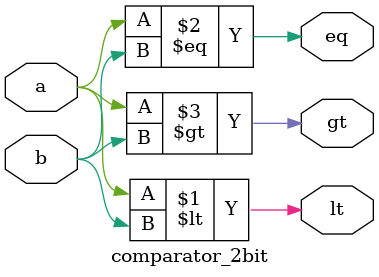
<source format=v>
module comparator_2bit(
input a,b,
output lt,eq,gt
);

	assign lt = a<b;
	assign eq = a==b;
	assign gt = a>b;
endmodule

</source>
